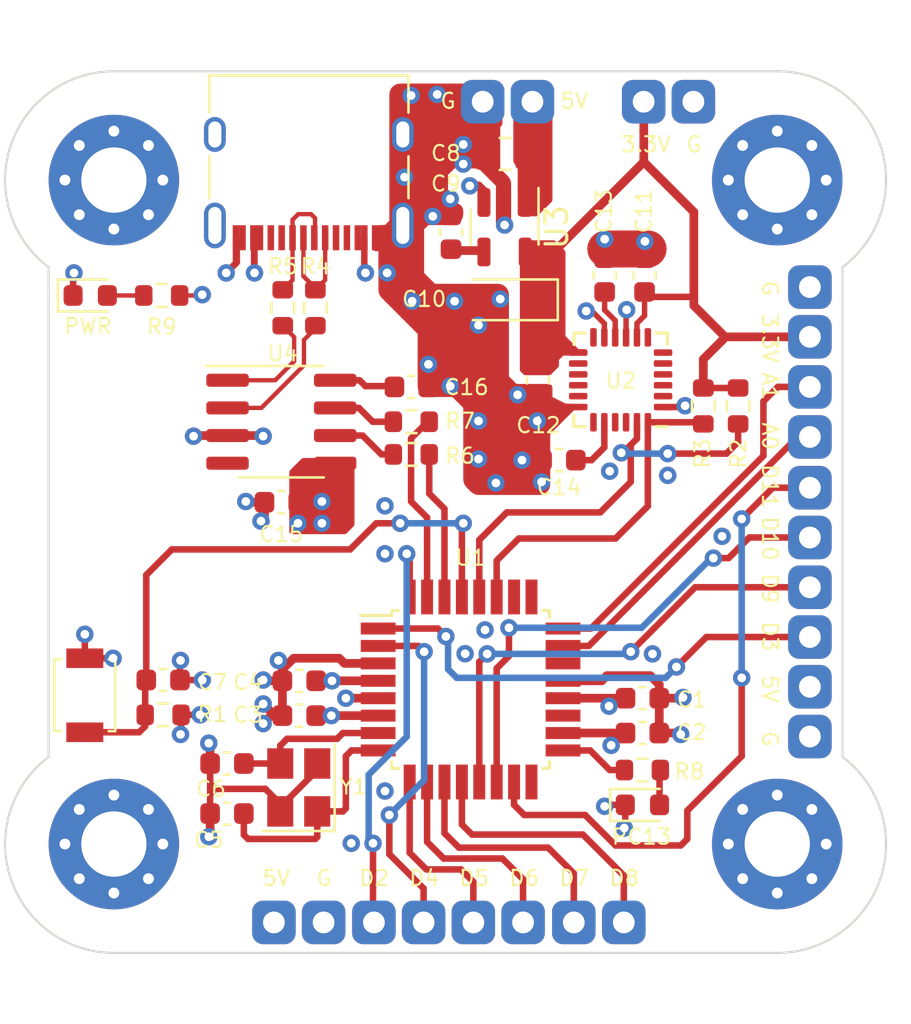
<source format=kicad_pcb>
(kicad_pcb (version 20211014) (generator pcbnew)
  (layers (0 "F.Cu" signal) (1 "In1.Cu" power "5V") (2 "In2.Cu" power "GND") (31 "B.Cu" signal) (34 "B.Paste" user) (35 "F.Paste" user) (36 "B.SilkS" user "B.Silkscreen") (37 "F.SilkS" user "F.Silkscreen") (38 "B.Mask" user) (39 "F.Mask" user) (44 "Edge.Cuts" user))
  (net 0 "")
  (net 1 "+5V")
  (net 2 "GND")
  (net 3 "/XTAL2")
  (net 4 "/XTAL1")
  (net 5 "/RESET")
  (net 6 "/BP")
  (net 7 "+3V3")
  (net 8 "/REGOUT")
  (net 9 "/CPOUT")
  (net 10 "Net-(D1-Pad2)")
  (net 11 "Net-(D2-Pad2)")
  (net 14 "/D+")
  (net 15 "/D-")
  (net 18 "/D3")
  (net 19 "/D9")
  (net 20 "/D10")
  (net 21 "/D11")
  (net 22 "/A1")
  (net 23 "/A0")
  (net 24 "/D2")
  (net 25 "/D4")
  (net 26 "/D5")
  (net 27 "/D6")
  (net 28 "/D7")
  (net 29 "/D8")
  (net 30 "/SCL")
  (net 31 "/SDA")
  (net 32 "/UD+")
  (net 33 "/UD-")
  (net 34 "/UART_RX")
  (net 35 "/UART_TX")
  (net 36 "/D13")
  (net 37 "/D12")
  (net 38 "/A6")
  (net 39 "/A7")
  (net 40 "/A2")
  (net 41 "/A3")
  (net 46 "/TX")
  (net 47 "/RX")
  (net 48 "/V3")
  (footprint "Capacitor_SMD:C_0603_1608Metric" (layer "F.Cu") (at 127.435534 110.535534 180)
    (fp_text reference "C6")
    (fp_text value "22pF")
  )
  (footprint "Capacitor_SMD:C_0603_1608Metric" (layer "F.Cu") (at 129.935534 98.535534)
    (fp_text reference "C15")
    (fp_text value "100nF")
  )
  (footprint "Button_Switch_SMD:SW_SPST_B3U-1000P" (layer "F.Cu") (at 120.9 107.4 90)
    (fp_text reference "SW1" hide)
    (fp_text value "NRST")
  )
  (footprint "Resistor_SMD:R_0603_1608Metric" (layer "F.Cu") (at 124.435534 89.035534 180)
    (fp_text reference "R9")
    (fp_text value "1k")
  )
  (footprint "Connector_USB:USB_C_Receptacle_XKB_U262-16XN-4BVC11" (layer "F.Cu") (at 131.2 82.715 180)
    (fp_text reference "J1" hide)
    (fp_text value "USB_C_Receptacle_USB2.0")
  )
  (footprint "Capacitor_Tantalum_SMD:CP_EIA-3216-10_Kemet-I" (layer "F.Cu") (at 140.335534 89.235534 180)
    (fp_text reference "C10")
    (fp_text value "10uF")
  )
  (footprint "myCustomLibs:pad_01x06" (layer "F.Cu") (at 154.235534 101.335534)
    (fp_text reference "J2" hide)
    (fp_text value "PWM_PIN")
  )
  (footprint "Capacitor_SMD:C_0603_1608Metric" (layer "F.Cu") (at 127.435534 112.835534 180)
    (fp_text reference "C5")
    (fp_text value "22pF")
  )
  (footprint "Capacitor_SMD:C_0603_1608Metric" (layer "F.Cu") (at 141.735534 92.935534 90)
    (fp_text reference "C12")
    (fp_text value "100nF")
  )
  (footprint "LED_SMD:LED_0603_1608Metric" (layer "F.Cu") (at 146.535534 112.435534)
    (fp_text reference "D1" hide)
    (fp_text value "LEDR")
  )
  (footprint "myCustomLibs:pad_01x02" (layer "F.Cu") (at 154.235534 88.649534 180)
    (fp_text reference "J5" hide)
    (fp_text value "Conn_01x02")
  )
  (footprint "Resistor_SMD:R_0603_1608Metric" (layer "F.Cu") (at 150.935534 94.110534 -90)
    (fp_text reference "R2")
    (fp_text value "4k7")
  )
  (footprint "Resistor_SMD:R_0603_1608Metric" (layer "F.Cu") (at 135.910534 94.835534)
    (fp_text reference "R7")
    (fp_text value "1k")
  )
  (footprint "Resistor_SMD:R_0603_1608Metric" (layer "F.Cu") (at 130 89.6 -90)
    (fp_text reference "R5")
    (fp_text value "22R")
  )
  (footprint "Capacitor_SMD:C_0603_1608Metric" (layer "F.Cu") (at 130.760534 108.335534 180)
    (fp_text reference "C3")
    (fp_text value "100nF")
  )
  (footprint "Capacitor_SMD:C_0603_1608Metric" (layer "F.Cu") (at 135.910534 93.235534 180)
    (fp_text reference "C16")
    (fp_text value "100nF")
  )
  (footprint "Sensor_Motion:InvenSense_QFN-24_4x4mm_P0.5mm" (layer "F.Cu") (at 145.535534 92.910534 180)
    (fp_text reference "U2")
    (fp_text value "MPU-6050")
  )
  (footprint "Capacitor_SMD:C_0805_2012Metric" (layer "F.Cu") (at 140.235534 82.535534 180)
    (fp_text reference "C8")
    (fp_text value "4.7uF")
  )
  (footprint "MountingHole:MountingHole_3mm_Pad_Via" (layer "F.Cu") (at 152.735534 83.735534)
    (fp_text reference "H2" hide)
    (fp_text value "MountingHole")
  )
  (footprint "Capacitor_SMD:C_0603_1608Metric" (layer "F.Cu") (at 146.535534 109.135534)
    (fp_text reference "C2")
    (fp_text value "100nF")
  )
  (footprint "Package_SO:SOIC-8_3.9x4.9mm_P1.27mm" (layer "F.Cu") (at 129.935534 94.835534)
    (fp_text reference "U4")
    (fp_text value "CH330N")
  )
  (footprint "LED_SMD:LED_0603_1608Metric" (layer "F.Cu") (at 121.148034 89.035534)
    (fp_text reference "D2" hide)
    (fp_text value "LEDR")
  )
  (footprint "Capacitor_SMD:C_0603_1608Metric" (layer "F.Cu") (at 137.735534 86.135534 90)
    (fp_text reference "C9")
    (fp_text value "100nF")
  )
  (footprint "myCustomLibs:pad_01x02" (layer "F.Cu") (at 148.878534 80.135534 90)
    (fp_text reference "J7" hide)
    (fp_text value "Conn_01x02")
  )
  (footprint "Crystal:Crystal_SMD_3225-4Pin_3.2x2.5mm" (layer "F.Cu") (at 130.735534 111.635534 90)
    (fp_text reference "Y1")
    (fp_text value "16MHz")
  )
  (footprint "Package_TO_SOT_SMD:SOT-23-5" (layer "F.Cu") (at 140.2 85.9 -90)
    (fp_text reference "U3")
    (fp_text value "LP2985-3.3")
  )
  (footprint "Resistor_SMD:R_0603_1608Metric" (layer "F.Cu") (at 149.335534 94.110534 -90)
    (fp_text reference "R3")
    (fp_text value "4k7")
  )
  (footprint "Capacitor_SMD:C_0603_1608Metric" (layer "F.Cu") (at 146.635534 88.1 90)
    (fp_text reference "C11")
    (fp_text value "10nF")
  )
  (footprint "myCustomLibs:pad_01x02" (layer "F.Cu") (at 139.192534 80.135534 -90)
    (fp_text reference "J8" hide)
    (fp_text value "Conn_01x02")
  )
  (footprint "Resistor_SMD:R_0603_1608Metric" (layer "F.Cu") (at 135.910534 96.335534)
    (fp_text reference "R6")
    (fp_text value "1k")
  )
  (footprint "MountingHole:MountingHole_3mm_Pad_Via" (layer "F.Cu") (at 152.735534 114.235534)
    (fp_text reference "H4" hide)
    (fp_text value "MountingHole")
  )
  (footprint "Resistor_SMD:R_0603_1608Metric" (layer "F.Cu") (at 146.535534 110.835534)
    (fp_text reference "R8")
    (fp_text value "1k")
  )
  (footprint "MountingHole:MountingHole_3mm_Pad_Via" (layer "F.Cu") (at 122.235534 114.235534)
    (fp_text reference "H1" hide)
    (fp_text value "MountingHole")
  )
  (footprint "myCustomLibs:pad_01x06" (layer "F.Cu") (at 137.580534 117.835534 -90)
    (fp_text reference "J3" hide)
    (fp_text value "RC_IN")
  )
  (footprint "MountingHole:MountingHole_3mm_Pad_Via" (layer "F.Cu") (at 122.235534 83.735534)
    (fp_text reference "H3" hide)
    (fp_text value "MountingHole")
  )
  (footprint "myCustomLibs:pad_01x02" (layer "F.Cu") (at 154.235534 109.296534)
    (fp_text reference "J4" hide)
    (fp_text value "Conn_01x02")
  )
  (footprint "Capacitor_SMD:C_0603_1608Metric" (layer "F.Cu") (at 130.760534 106.735534 180)
    (fp_text reference "C4")
    (fp_text value "100nF")
  )
  (footprint "Resistor_SMD:R_0603_1608Metric" (layer "F.Cu") (at 131.5 89.6 -90)
    (fp_text reference "R4")
    (fp_text value "22R")
  )
  (footprint "myCustomLibs:pad_01x02" (layer "F.Cu") (at 131.878534 117.835534 90)
    (fp_text reference "J6" hide)
    (fp_text value "Conn_01x02")
  )
  (footprint "Capacitor_SMD:C_0603_1608Metric" (layer "F.Cu") (at 124.5 106.7)
    (fp_text reference "C7")
    (fp_text value "100nF")
  )
  (footprint "Package_QFP:TQFP-32_7x7mm_P0.8mm" (layer "F.Cu") (at 138.635534 107.135534)
    (fp_text reference "U1")
    (fp_text value "ATmega328P-A")
  )
  (footprint "Capacitor_SMD:C_0603_1608Metric" (layer "F.Cu") (at 144.8 88.1 90)
    (fp_text reference "C13")
    (fp_text value "100nF")
  )
  (footprint "Capacitor_SMD:C_0603_1608Metric" (layer "F.Cu") (at 146.535534 107.535534)
    (fp_text reference "C1")
    (fp_text value "100nF")
  )
  (footprint "Resistor_SMD:R_0603_1608Metric" (layer "F.Cu") (at 124.5 108.3)
    (fp_text reference "R1")
    (fp_text value "10k")
  )
  (footprint "Capacitor_SMD:C_0603_1608Metric" (layer "F.Cu") (at 142.7 96.6 180)
    (fp_text reference "C14")
    (fp_text value "2.2nF")
  )
  (gr_arc (start 157.735534 83.735534) (mid 157.20767 85.971602) (end 155.735534 87.735534) (layer "Edge.Cuts") (width 0.1))
  (gr_line (start 122.235534 78.735534) (end 152.735534 78.735534) (layer "Edge.Cuts") (width 0.1))
  (gr_arc (start 117.235534 114.235534) (mid 117.763398 111.999466) (end 119.235534 110.235534) (layer "Edge.Cuts") (width 0.1))
  (gr_arc (start 122.235534 119.235534) (mid 118.7 117.771068) (end 117.235534 114.235534) (layer "Edge.Cuts") (width 0.1))
  (gr_arc (start 117.235534 83.735534) (mid 118.7 80.2) (end 122.235534 78.735534) (layer "Edge.Cuts") (width 0.1))
  (gr_arc (start 119.235534 87.735534) (mid 117.763398 85.971602) (end 117.235534 83.735534) (layer "Edge.Cuts") (width 0.1))
  (gr_arc (start 152.735534 78.735534) (mid 156.271068 80.2) (end 157.735534 83.735534) (layer "Edge.Cuts") (width 0.1))
  (gr_arc (start 155.735534 110.235534) (mid 157.20767 111.999466) (end 157.735534 114.235534) (layer "Edge.Cuts") (width 0.1))
  (gr_line (start 155.735534 87.735534) (end 155.735534 110.235534) (layer "Edge.Cuts") (width 0.1))
  (gr_line (start 152.735534 119.235534) (end 122.235534 119.235534) (layer "Edge.Cuts") (width 0.1))
  (gr_line (start 117.235534 83.735534) (end 117.235534 83.735534) (layer "Edge.Cuts") (width 0.1))
  (gr_line (start 119.235534 110.235534) (end 119.235534 87.735534) (layer "Edge.Cuts") (width 0.1))
  (gr_arc (start 157.735534 114.235534) (mid 156.271068 117.771068) (end 152.735534 119.235534) (layer "Edge.Cuts") (width 0.1))
  (gr_text "D3" (at 152.4 104.7 270) (layer "F.SilkS") (effects (font (size 0.7 0.7) (thickness 0.1))))
  (gr_text "D10" (at 152.4 100.2 270) (layer "F.SilkS") (effects (font (size 0.7 0.7) (thickness 0.1))))
  (gr_text "G" (at 131.9 115.8) (layer "F.SilkS") (effects (font (size 0.7 0.7) (thickness 0.1))))
  (gr_text "A0" (at 152.4 95.5 270) (layer "F.SilkS") (effects (font (size 0.7 0.7) (thickness 0.1))))
  (gr_text "5V" (at 129.7 115.8) (layer "F.SilkS") (effects (font (size 0.7 0.7) (thickness 0.1))))
  (gr_text "D7" (at 143.4 115.8) (layer "F.SilkS") (effects (font (size 0.7 0.7) (thickness 0.1))))
  (gr_text "D5" (at 138.8 115.8) (layer "F.SilkS") (effects (font (size 0.7 0.7) (thickness 0.1))))
  (gr_text "D8" (at 145.7 115.8) (layer "F.SilkS") (effects (font (size 0.7 0.7) (thickness 0.1))))
  (gr_text "D6" (at 141.1 115.8) (layer "F.SilkS") (effects (font (size 0.7 0.7) (thickness 0.1))))
  (gr_text "5V" (at 152.4 107.1 270) (layer "F.SilkS") (effects (font (size 0.7 0.7) (thickness 0.1))))
  (gr_text "D2" (at 134.2 115.8) (layer "F.SilkS") (effects (font (size 0.7 0.7) (thickness 0.1))))
  (gr_text "PC13" (at 146.5 113.9) (layer "F.SilkS") (effects (font (size 0.7 0.7) (thickness 0.1))))
  (gr_text "G" (at 152.4 88.7 270) (layer "F.SilkS") (effects (font (size 0.7 0.7) (thickness 0.1))))
  (gr_text "3.3V" (at 146.7 82.1) (layer "F.SilkS") (effects (font (size 0.7 0.7) (thickness 0.1))))
  (gr_text "PWR" (at 121.05 90.45) (layer "F.SilkS") (effects (font (size 0.7 0.7) (thickness 0.1))))
  (gr_text "G" (at 148.9 82.1) (layer "F.SilkS") (effects (font (size 0.7 0.7) (thickness 0.1))))
  (gr_text "D4" (at 136.5 115.8) (layer "F.SilkS") (effects (font (size 0.7 0.7) (thickness 0.1))))
  (gr_text "D11" (at 152.4 97.8 270) (layer "F.SilkS") (effects (font (size 0.7 0.7) (thickness 0.1))))
  (gr_text "3.3V\n" (at 152.4 91 270) (layer "F.SilkS") (effects (font (size 0.7 0.7) (thickness 0.1))))
  (gr_text "G" (at 152.4 109.4 270) (layer "F.SilkS") (effects (font (size 0.7 0.7) (thickness 0.1))))
  (gr_text "A1" (at 152.4 93.2 270) (layer "F.SilkS") (effects (font (size 0.7 0.7) (thickness 0.1))))
  (gr_text "G" (at 137.6 80.1) (layer "F.SilkS") (effects (font (size 0.7 0.7) (thickness 0.1))))
  (gr_text "D9" (at 152.4 102.5 270) (layer "F.SilkS") (effects (font (size 0.7 0.7) (thickness 0.1))))
  (gr_text "5V" (at 143.4 80.1) (layer "F.SilkS") (effects (font (size 0.7 0.7) (thickness 0.1))))
  (segment (start 139.285534 84.285534) (end 139 84) (width 0.4) (layer "F.Cu") (net 1))
  (segment (start 128.7 86.435) (end 128.65 86.385) (width 0.3) (layer "F.Cu") (net 1))
  (segment (start 145.760534 109.135534) (end 145.664466 109.135534) (width 0.3) (layer "F.Cu") (net 1))
  (segment (start 133.75 87.95) (end 133.8 88) (width 0.3) (layer "F.Cu") (net 1))
  (segment (start 128.685534 87.985534) (end 128.7 88) (width 0.3) (layer "F.Cu") (net 1))
  (segment (start 145.364466 107.535534) (end 145 107.9) (width 0.3) (layer "F.Cu") (net 1))
  (segment (start 131.535534 106.735534) (end 132.264466 106.735534) (width 0.4) (layer "F.Cu") (net 1))
  (segment (start 134.385534 106.735534) (end 132.264466 106.735534) (width 0.4) (layer "F.Cu") (net 1))
  (segment (start 130.710534 98.535534) (end 130.710534 99.489466) (width 0.4) (layer "F.Cu") (net 1))
  (segment (start 139 84) (end 138.6 84) (width 0.4) (layer "F.Cu") (net 1))
  (segment (start 145.760534 107.535534) (end 145.364466 107.535534) (width 0.3) (layer "F.Cu") (net 1))
  (segment (start 139.285534 84.698034) (end 139.285534 84.285534) (width 0.4) (layer "F.Cu") (net 1))
  (segment (start 132.235534 108.335534) (end 134.385534 108.335534) (width 0.4) (layer "F.Cu") (net 1))
  (segment (start 145.664466 109.135534) (end 145.1 109.7) (width 0.3) (layer "F.Cu") (net 1))
  (segment (start 128.685534 86.705534) (end 128.685534 87.985534) (width 0.3) (layer "F.Cu") (net 1))
  (segment (start 126.264466 89.035534) (end 126.3 89) (width 0.2) (layer "F.Cu") (net 1))
  (segment (start 130.710534 99.489466) (end 130.7 99.5) (width 0.4) (layer "F.Cu") (net 1))
  (segment (start 125.325 108.3) (end 126.2 108.3) (width 0.3) (layer "F.Cu") (net 1))
  (segment (start 142.885534 107.535534) (end 145.760534 107.535534) (width 0.4) (layer "F.Cu") (net 1))
  (segment (start 142.885534 109.135534) (end 145.760534 109.135534) (width 0.4) (layer "F.Cu") (net 1))
  (segment (start 133.75 86.385) (end 133.75 87.95) (width 0.3) (layer "F.Cu") (net 1))
  (segment (start 125.325 108.3) (end 125.325 109.175) (width 0.3) (layer "F.Cu") (net 1))
  (segment (start 131.535534 108.335534) (end 132.235534 108.335534) (width 0.4) (layer "F.Cu") (net 1))
  (segment (start 141.185534 80.428534) (end 141.478534 80.135534) (width 0.4) (layer "F.Cu") (net 1))
  (segment (start 125.325 109.175) (end 125.3 109.2) (width 0.3) (layer "F.Cu") (net 1))
  (segment (start 128.7 88) (end 128.7 86.435) (width 0.3) (layer "F.Cu") (net 1))
  (segment (start 125.260534 89.035534) (end 126.264466 89.035534) (width 0.2) (layer "F.Cu") (net 1))
  (via (at 133.8 88) (size 0.8) (drill 0.4) (layers "F.Cu" "B.Cu") (net 1))
  (via (at 132.264466 106.735534) (size 0.8) (drill 0.4) (layers "F.Cu" "B.Cu") (net 1))
  (via (at 126.2 108.3) (size 0.8) (drill 0.4) (layers "F.Cu" "B.Cu") (net 1))
  (via (at 125.3 109.2) (size 0.8) (drill 0.4) (layers "F.Cu" "B.Cu") (net 1))
  (via (at 145 107.9) (size 0.8) (drill 0.4) (layers "F.Cu" "B.Cu") (net 1))
  (via (at 132.235534 108.335534) (size 0.8) (drill 0.4) (layers "F.Cu" "B.Cu") (net 1))
  (via (at 126.3 89) (size 0.8) (drill 0.4) (layers "F.Cu" "B.Cu") (net 1))
  (via (at 131.8 99.5) (size 0.8) (drill 0.4) (layers "F.Cu" "B.Cu") (net 1))
  (via (at 138.6 84) (size 0.8) (drill 0.4) (layers "F.Cu" "B.Cu") (net 1))
  (via (at 130.7 99.5) (size 0.8) (drill 0.4) (layers "F.Cu" "B.Cu") (net 1))
  (via (at 131.8 98.5) (size 0.8) (drill 0.4) (layers "F.Cu" "B.Cu") (net 1))
  (via (at 145.1 109.7) (size 0.8) (drill 0.4) (layers "F.Cu" "B.Cu") (net 1))
  (via (at 128.7 88) (size 0.8) (drill 0.4) (layers "F.Cu" "B.Cu") (net 1))
  (segment (start 140.910534 93.710534) (end 141.735534 93.710534) (width 0.3) (layer "F.Cu") (net 2))
  (segment (start 141.735534 93.710534) (end 142.110534 93.710534) (width 0.3) (layer "F.Cu") (net 2))
  (segment (start 140.235534 85.764466) (end 140.2 85.8) (width 0.4) (layer "F.Cu") (net 2))
  (segment (start 126.660534 110.535534) (end 126.660534 111.660534) (width 0.3) (layer "F.Cu") (net 2))
  (segment (start 148.439466 94.160534) (end 148.5 94.1) (width 0.3) (layer "F.Cu") (net 2))
  (segment (start 126.860534 111.660534) (end 126.9 111.7) (width 0.3) (layer "F.Cu") (net 2))
  (segment (start 138.985534 89.235534) (end 139.964466 89.235534) (width 0.4) (layer "F.Cu") (net 2))
  (segment (start 147.310534 106.910534) (end 147.310534 107.535534) (width 0.4) (layer "F.Cu") (net 2))
  (segment (start 129.464466 108.335534) (end 129.985534 108.335534) (width 0.4) (layer "F.Cu") (net 2))
  (segment (start 145.748034 112.435534) (end 145.748034 113.451966) (width 0.3) (layer "F.Cu") (net 2))
  (segment (start 127.1 111.7) (end 126.9 111.7) (width 0.3) (layer "F.Cu") (net 2))
  (segment (start 127.85 87.55) (end 127.4 88) (width 0.3) (layer "F.Cu") (net 2))
  (segment (start 139.285534 82.535534) (end 138.764466 82.535534) (width 0.4) (layer "F.Cu") (net 2))
  (segment (start 125.275 105.825) (end 125.3 105.8) (width 0.3) (layer "F.Cu") (net 2))
  (segment (start 125.929466 95.470534) (end 125.9 95.5) (width 0.4) (layer "F.Cu") (net 2))
  (segment (start 126.660534 113.839466) (end 126.6 113.9) (width 0.4) (layer "F.Cu") (net 2))
  (segment (start 127.460534 95.470534) (end 125.929466 95.470534) (width 0.4) (layer "F.Cu") (net 2))
  (segment (start 144.864466 112.435534) (end 144.8 112.5) (width 0.3) (layer "F.Cu") (net 2))
  (segment (start 145.748034 112.435534) (end 144.864466 112.435534) (width 0.3) (layer "F.Cu") (net 2))
  (segment (start 132.835534 105.935534) (end 132.6 105.7) (width 0.4) (layer "F.Cu") (net 2))
  (segment (start 129.885534 112.735534) (end 129.885534 112.385534) (width 0.3) (layer "F.Cu") (net 2))
  (segment (start 129.070534 95.470534) (end 129.1 95.5) (width 0.4) (layer "F.Cu") (net 2))
  (segment (start 129.885534 112.385534) (end 129.2 111.7) (width 0.3) (layer "F.Cu") (net 2))
  (segment (start 147.310534 107.535534) (end 148.364466 107.535534) (width 0.4) (layer "F.Cu") (net 2))
  (segment (start 129.635534 108.335534) (end 129.1 107.8) (width 0.4) (layer "F.Cu") (net 2))
  (segment (start 131.585534 110.834556) (end 129.885534 112.534556) (width 0.3) (layer "F.Cu") (net 2))
  (segment (start 145.785534 89.715537) (end 145.785534 90.960534) (width 0.25) (layer "F.Cu") (net 2))
  (segment (start 136.939466 85.360534) (end 136.9 85.4) (width 0.4) (layer "F.Cu") (net 2))
  (segment (start 126.660534 110.535534) (end 126.660534 109.660534) (width 0.4) (layer "F.Cu") (net 2))
  (segment (start 129.160534 98.535534) (end 128.335534 98.535534) (width 0.4) (layer "F.Cu") (net 2))
  (segment (start 125.275 106.7) (end 125.275 105.825) (width 0.3) (layer "F.Cu") (net 2))
  (segment (start 137.664466 93.235534) (end 137.7 93.2) (width 0.4) (layer "F.Cu") (net 2))
  (segment (start 127.885534 87.514466) (end 127.4 88) (width 0.3) (layer "F.Cu") (net 2))
  (segment (start 141.925 96.6) (end 141.925 97.575) (width 0.4) (layer "F.Cu") (net 2))
  (segment (start 141.925 96.6) (end 141 96.6) (width 0.4) (layer "F.Cu") (net 2))
  (segment (start 120.360534 89.035534) (end 120.360534 88.039466) (width 0.3) (layer "F.Cu") (net 2))
  (segment (start 145.748034 113.451966) (end 145.7 113.5) (width 0.3) (layer "F.Cu") (net 2))
  (segment (start 134.55 87.750497) (end 134.799503 88) (width 0.3) (layer "F.Cu") (net 2))
  (segment (start 126.660534 112.835534) (end 126.660534 113.839466) (width 0.4) (layer "F.Cu") (net 2))
  (segment (start 126.660534 111.460534) (end 126.9 111.7) (width 0.3) (layer "F.Cu") (net 2))
  (segment (start 132.9005 107.535534) (end 132.9 107.535034) (width 0.4) (layer "F.Cu") (net 2))
  (segment (start 129.135534 106.735534) (end 129.1 106.7) (width 0.4) (layer "F.Cu") (net 2))
  (segment (start 148.364466 107.535534) (end 148.4 107.5) (width 0.4) (layer "F.Cu") (net 2))
  (segment (start 126.660534 111.939466) (end 126.660534 112.835534) (width 0.3) (layer "F.Cu") (net 2))
  (segment (start 134.385534 107.535534) (end 132.9005 107.535534) (width 0.4) (layer "F.Cu") (net 2))
  (segment (start 129.985534 108.335534) (end 129.635534 108.335534) (width 0.4) (layer "F.Cu") (net 2))
  (segment (start 137.964466 89.235534) (end 137.9 89.3) (width 0.4) (layer "F.Cu") (net 2))
  (segment (start 146.635534 86.564466) (end 146.635534 87.325) (width 0.25) (layer "F.Cu") (net 2))
  (segment (start 144.209285 89.75) (end 144.785534 90.326249) (width 0.25) (layer "F.Cu") (net 2))
  (segment (start 120.9 105.7) (end 122.2 105.7) (width 0.3) (layer "F.Cu") (net 2))
  (segment (start 126.7 111.7) (end 126.660534 111.660534) (width 0.3) (layer "F.Cu") (net 2))
  (segment (start 138.985534 90.385534) (end 139 90.4) (width 0.4) (layer "F.Cu") (net 2))
  (segment (start 137.735534 84.635534) (end 137.7 84.6) (width 0.4) (layer "F.Cu") (net 2))
  (segment (start 144.664466 106.735534) (end 144.9 106.5) (width 0.4) (layer "F.Cu") (net 2))
  (segment (start 137.735534 85.360534) (end 137.735534 84.635534) (width 0.4) (layer "F.Cu") (net 2))
  (segment (start 129.2 111.7) (end 127.1 111.7) (width 0.3) (layer "F.Cu") (net 2))
  (segment (start 141.925 97.575) (end 141.9 97.6) (width 0.4) (layer "F.Cu") (net 2))
  (segment (start 129.1 108.7) (end 129.464466 108.335534) (width 0.4) (layer "F.Cu") (net 2))
  (segment (start 129.985534 106.735534) (end 129.985534 108.335534) (width 0.4) (layer "F.Cu") (net 2))
  (segment (start 144.8 87.325) (end 144.8 86.45) (width 0.25) (layer "F.Cu") (net 2))
  (segment (start 142.110534 93.710534) (end 142.560534 94.160534) (width 0.3) (layer "F.Cu") (net 2))
  (segment (start 128.335534 98.535534) (end 128.3 98.5) (width 0.4) (layer "F.Cu") (net 2))
  (segment (start 134.585534 87.786031) (end 134.585534 86.705534) (width 0.3) (layer "F.Cu") (net 2))
  (segment (start 126.660534 109.660534) (end 126.6 109.6) (width 0.4) (layer "F.Cu") (net 2))
  (segment (start 127.885534 86.705534) (end 127.885534 87.514466) (width 0.3) (layer "F.Cu") (net 2))
  (segment (start 127.460534 95.470534) (end 129.070534 95.470534) (width 0.4) (layer "F.Cu") (net 2))
  (segment (start 126.660534 111.660534) (end 126.660534 111.939466) (width 0.3) (layer "F.Cu") (net 2))
  (segment (start 144.9 106.5) (end 146.9 106.5) (width 0.4) (layer "F.Cu") (net 2))
  (segment (start 134.385534 105.935534) (end 132.835534 105.935534) (width 0.4) (layer "F.Cu") (net 2))
  (segment (start 136.685534 93.235534) (end 137.664466 93.235534) (width 0.4) (layer "F.Cu") (net 2))
  (segment (start 140.8 93.6) (end 140.910534 93.710534) (width 0.3) (layer "F.Cu") (net 2))
  (segment (start 140.235534 84.698034) (end 140.235534 85.764466) (width 0.4) (layer "F.Cu") (net 2))
  (segment (start 130.5 105.7) (end 129.985534 106.214466) (width 0.4) (layer "F.Cu") (net 2))
  (segment (start 129.985534 105.985534) (end 129.8 105.8) (width 0.4) (layer "F.Cu") (net 2))
  (segment (start 146.65 86.55) (end 146.635534 86.564466) (width 0.25) (layer "F.Cu") (net 2))
  (segment (start 136.685534 92.214466) (end 136.7 92.2) (width 0.4) (layer "F.Cu") (net 2))
  (segment (start 145.810344 89.690727) (end 145.785534 89.715537) (width 0.25) (layer "F.Cu") (net 2))
  (segment (start 138.735534 82.535534) (end 139.285534 82.535534) (width 0.4) (layer "F.Cu") (net 2))
  (segment (start 134.799503 88) (end 134.585534 87.786031) (width 0.3) (layer "F.Cu") (net 2))
  (segment (start 127.1 111.7) (end 126.7 111.7) (width 0.3) (layer "F.Cu") (net 2))
  (segment (start 142.885534 106.735534) (end 144.664466 106.735534) (width 0.4) (layer "F.Cu") (net 2))
  (segment (start 134.55 86.385) (end 134.55 87.750497) (width 0.3) (layer "F.Cu") (net 2))
  (segment (start 137.735534 85.360534) (end 136.939466 85.360534) (width 0.4) (layer "F.Cu") (net 2))
  (segment (start 127.85 86.385) (end 127.85 87.55) (width 0.3) (layer "F.Cu") (net 2))
  (segment (start 148.235534 109.135534) (end 148.3 109.2) (width 0.4) (layer "F.Cu") (net 2))
  (segment (start 120.360534 88.039466) (end 120.4 88) (width 0.3) (layer "F.Cu") (net 2))
  (segment (start 144.785534 90.326249) (end 144.785534 90.960534) (width 0.25) (layer "F.Cu") (net 2))
  (segment (start 136.685534 93.235534) (end 136.685534 92.214466) (width 0.4) (layer "F.Cu") (net 2))
  (segment (start 126.9 111.7) (end 126.660534 111.939466) (width 0.3) (layer "F.Cu") (net 2))
  (segment (start 143.95 89.75) (end 144.209285 89.75) (width 0.25) (layer "F.Cu") (net 2))
  (segment (start 126.660534 111.660534) (end 126.860534 111.660534) (width 0.3) (layer "F.Cu") (net 2))
  (segment (start 138.764466 82.535534) (end 138.3 83) (width 0.4) (layer "F.Cu") (net 2))
  (segment (start 147.485534 94.160534) (end 148.439466 94.160534) (width 0.3) (layer "F.Cu") (net 2))
  (segment (start 142.560534 94.160534) (end 143.585534 94.160534) (width 0.3) (layer "F.Cu") (net 2))
  (segment (start 138.3 82.1) (end 138.735534 82.535534) (width 0.4) (layer "F.Cu") (net 2))
  (segment (start 132.6 105.7) (end 130.5 105.7) (width 0.4) (layer "F.Cu") (net 2))
  (segment (start 129.160534 99.239466) (end 129.160534 98.535534) (width 0.4) (layer "F.Cu") (net 2))
  (segment (start 129.985534 106.735534) (end 129.135534 106.735534) (width 0.4) (layer "F.Cu") (net 2))
  (segment (start 129.985534 106.735534) (end 129.985534 105.985534) (width 0.4) (layer "F.Cu") (net 2))
  (segment (start 129.885534 112.534556) (end 129.885534 112.735534) (width 0.3) (layer "F.Cu") (net 2))
  (segment (start 131.585534 110.535534) (end 131.585534 110.834556) (width 0.3) (layer "F.Cu") (net 2))
  (segment (start 146.9 106.5) (end 147.310534 106.910534) (width 0.4) (layer "F.Cu") (net 2))
  (segment (start 139.964466 89.235534) (end 140 89.2) (width 0.4) (layer "F.Cu") (net 2))
  (segment (start 147.310534 109.135534) (end 147.310534 107.535534) (width 0.4) (layer "F.Cu") (net 2))
  (segment (start 147.310534 109.135534) (end 148.235534 109.135534) (width 0.4) (layer "F.Cu") (net 2))
  (segment (start 126.660534 110.535534) (end 126.660534 111.460534) (width 0.3) (layer "F.Cu") (net 2))
  (segment (start 128.9 99.5) (end 129.160534 99.239466) (width 0.4) (layer "F.Cu") (net 2))
  (segment (start 120.9 105.7) (end 120.9 104.6) (width 0.3) (layer "F.Cu") (net 2))
  (segment (start 125.275 106.7) (end 126.3 106.7) (width 0.3) (layer "F.Cu") (net 2))
  (segment (start 141.735534 93.710534) (end 141.735534 94.764466) (width 0.25) (layer "F.Cu") (net 2))
  (segment (start 129.985534 106.214466) (end 129.985534 106.735534) (width 0.4) (layer "F.Cu") (net 2))
  (segment (start 141.735534 94.764466) (end 141.7 94.8) (width 0.25) (layer "F.Cu") (net 2))
  (segment (start 138.985534 89.235534) (end 137.964466 89.235534) (width 0.4) (layer "F.Cu") (net 2))
  (segment (start 138.985534 89.235534) (end 138.985534 90.385534) (width 0.4) (layer "F.Cu") (net 2))
  (via (at 134.7 111.8) (size 0.8) (drill 0.4) (layers "F.Cu" "B.Cu") (net 2))
  (via (at 134.799503 88) (size 0.8) (drill 0.4) (layers "F.Cu" "B.Cu") (net 2))
  (via (at 150.2 100.1) (size 0.8) (drill 0.4) (layers "F.Cu" "B.Cu") (net 2))
  (via (at 139.3 104.4) (size 0.8) (drill 0.4) (layers "F.Cu" "B.Cu") (net 2))
  (via (at 136.9 85.4) (size 0.8) (drill 0.4) (layers "F.Cu" "B.Cu") (net 2))
  (via (at 132.9 107.535034) (size 0.8) (drill 0.4) (layers "F.Cu" "B.Cu") (net 2))
  (via (at 148.4 107.5) (size 0.8) (drill 0.4) (layers "F.Cu" "B.Cu") (net 2))
  (via (at 138.3 83) (size 0.8) (drill 0.4) (layers "F.Cu" "B.Cu") (net 2))
  (via (at 125.9 95.5) (size 0.8) (drill 0.4) (layers "F.Cu" "B.Cu") (net 2))
  (via (at 135.95 89.3) (size 0.8) (drill 0.4) (layers "F.Cu" "B.Cu") (net 2))
  (via (at 129 99.4) (size 0.8) (drill 0.4) (layers "F.Cu" "B.Cu") (net 2))
  (via (at 139 96.55) (size 0.8) (drill 0.4) (layers "F.Cu" "B.Cu") (net 2))
  (via (at 120.9 104.6) (size 0.8) (drill 0.4) (layers "F.Cu" "B.Cu") (net 2))
  (via (at 139 94.8) (size 0.8) (drill 0.4) (layers "F.Cu" "B.Cu") (net 2))
  (via (at 140.8 93.6) (size 0.8) (drill 0.4) (layers "F.Cu" "B.Cu") (net 2))
  (via (at 146.65 86.55) (size 0.8) (drill 0.4) (layers "F.Cu" "B.Cu") (net 2))
  (via (at 125.3 105.8) (size 0.8) (drill 0.4) (layers "F.Cu" "B.Cu") (net 2))
  (via (at 144.8 112.5) (size 0.8) (drill 0.4) (layers "F.Cu" "B.Cu") (net 2))
  (via (at 129.1 106.7) (size 0.8) (drill 0.4) (layers "F.Cu" "B.Cu") (net 2))
  (via (at 137.9 89.3) (size 0.8) (drill 0.4) (layers "F.Cu" "B.Cu") (net 2))
  (via (at 144.8 86.45) (size 0.8) (drill 0.4) (layers "F.Cu" "B.Cu") (net 2))
  (via (at 141.7 94.8) (size 0.8) (drill 0.4) (layers "F.Cu" "B.Cu") (net 2))
  (via (at 122.2 105.7) (size 0.8) (drill 0.4) (layers "F.Cu" "B.Cu") (net 2))
  (via (at 147 105.5) (size 0.8) (drill 0.4) (layers "F.Cu" "B.Cu") (net 2))
  (via (at 128.3 98.5) (size 0.8) (drill 0.4) (layers "F.Cu" "B.Cu") (net 2))
  (via (at 141 96.6) (size 0.8) (drill 0.4) (layers "F.Cu" "B.Cu") (net 2))
  (via (at 148.5 94.1) (size 0.8) (drill 0.4) (layers "F.Cu" "B.Cu") (net 2))
  (via (at 133.150997 114.2) (size 0.8) (drill 0.4) (layers "F.Cu" "B.Cu") (net 2))
  (via (at 137.7 84.6) (size 0.8) (drill 0.4) (layers "F.Cu" "B.Cu") (net 2))
  (via (at 137.7 93.2) (size 0.8) (drill 0.4) (layers "F.Cu" "B.Cu") (net 2))
  (via (at 140 89.2) (size 0.8) (drill 0.4) (layers "F.Cu" "B.Cu") (net 2))
  (via (at 136.7 92.2) (size 0.8) (drill 0.4) (layers "F.Cu" "B.Cu") (net 2))
  (via (at 140.2 85.8) (size 0.8) (drill 0.4) (layers "F.Cu" "B.Cu") (net 2))
  (via (at 126.6 113.9) (size 0.8) (drill 0.4) (layers "F.Cu" "B.Cu") (net 2))
  (via (at 134.7 100.9) (size 0.8) (drill 0.4) (layers "F.Cu" "B.Cu") (net 2))
  (via (at 129.1 107.8) (size 0.8) (drill 0.4) (layers "F.Cu" "B.Cu") (net 2))
  (via (at 135.6 83.6) (size 0.8) (drill 0.4) (layers "F.Cu" "B.Cu") (net 2))
  (via (at 129.8 105.8) (size 0.8) (drill 0.4) (layers "F.Cu" "B.Cu") (net 2))
  (via (at 135.9 79.85) (size 0.8) (drill 0.4) (layers "F.Cu" "B.Cu") (net 2))
  (via (at 137.1 79.8) (size 0.8) (drill 0.4) (layers "F.Cu" "B.Cu") (net 2))
  (via (at 127.4 88) (size 0.8) (drill 0.4) (layers "F.Cu" "B.Cu") (net 2))
  (via (at 126.3 106.7) (size 0.8) (drill 0.4) (layers "F.Cu" "B.Cu") (net 2))
  (via (at 143.95 89.75) (size 0.8) (drill 0.4) (layers "F.Cu" "B.Cu") (net 2))
  (via (at 138.3 82.1) (size 0.8) (drill 0.4) (layers "F.Cu" "B.Cu") (net 2))
  (via (at 145.7 113.5) (size 0.8) (drill 0.4) (layers "F.Cu" "B.Cu") (net 2))
  (via (at 148.3 109.2) (size 0.8) (drill 0.4) (layers "F.Cu" "B.Cu") (net 2))
  (via (at 141.9 97.6) (size 0.8) (drill 0.4) (layers "F.Cu" "B.Cu") (net 2))
  (via (at 145.032172 97.10732) (size 0.8) (drill 0.4) (layers "F.Cu" "B.Cu") (net 2))
  (via (at 126.6 109.6) (size 0.8) (drill 0.4) (layers "F.Cu" "B.Cu") (net 2))
  (via (at 138.38536 105.491605) (size 0.8) (drill 0.4) (layers "F.Cu" "B.Cu") (net 2))
  (via (at 145.810344 89.690727) (size 0.8) (drill 0.4) (layers "F.Cu" "B.Cu") (net 2))
  (via (at 129.1 108.7) (size 0.8) (drill 0.4) (layers "F.Cu" "B.Cu") (net 2))
  (via (at 129.1 95.5) (size 0.8) (drill 0.4) (layers "F.Cu" "B.Cu") (net 2))
  (via (at 120.4 88) (size 0.8) (drill 0.4) (layers "F.Cu" "B.Cu") (net 2))
  (via (at 139.8 97.65) (size 0.8) (drill 0.4) (layers "F.Cu" "B.Cu") (net 2))
  (via (at 134.7 98.7) (size 0.8) (drill 0.4) (layers "F.Cu" "B.Cu") (net 2))
  (via (at 139 90.4) (size 0.8) (drill 0.4) (layers "F.Cu" "B.Cu") (net 2))
  (via (at 147.7 97.3) (size 0.8) (drill 0.4) (layers "F.Cu" "B.Cu") (net 2))
  (segment (start 132.764466 112.735534) (end 132.9 112.6) (width 0.3) (layer "F.Cu") (net 3))
  (segment (start 131.5 114) (end 128.4 114) (width 0.3) (layer "F.Cu") (net 3))
  (segment (start 131.585534 112.735534) (end 131.585534 113.914466) (width 0.3) (layer "F.Cu") (net 3))
  (segment (start 131.585534 113.914466) (end 131.5 114) (width 0.3) (layer "F.Cu") (net 3))
  (segment (start 128.4 114) (end 128.210534 113.810534) (width 0.3) (layer "F.Cu") (net 3))
  (segment (start 128.210534 113.810534) (end 128.210534 112.835534) (width 0.3) (layer "F.Cu") (net 3))
  (segment (start 133.164466 109.935534) (end 134.385534 109.935534) (width 0.3) (layer "F.Cu") (net 3))
  (segment (start 132.9 110.2) (end 133.164466 109.935534) (width 0.3) (layer "F.Cu") (net 3))
  (segment (start 132.9 112.6) (end 132.9 110.2) (width 0.3) (layer "F.Cu") (net 3))
  (segment (start 131.585534 112.735534) (end 132.764466 112.735534) (width 0.3) (layer "F.Cu") (net 3))
  (segment (start 134.385534 109.135534) (end 132.764466 109.135534) (width 0.3) (layer "F.Cu") (net 4))
  (segment (start 130.2 109.4) (end 129.885534 109.714466) (width 0.3) (layer "F.Cu") (net 4))
  (segment (start 132.5 109.4) (end 130.2 109.4) (width 0.3) (layer "F.Cu") (net 4))
  (segment (start 132.764466 109.135534) (end 132.5 109.4) (width 0.3) (layer "F.Cu") (net 4))
  (segment (start 129.885534 109.714466) (end 129.885534 110.535534) (width 0.3) (layer "F.Cu") (net 4))
  (segment (start 129.885534 110.535534) (end 128.210534 110.535534) (width 0.3) (layer "F.Cu") (net 4))
  (segment (start 123.725 101.875) (end 123.725 106.7) (width 0.3) (layer "F.Cu") (net 5))
  (segment (start 123.4 109.1) (end 120.9 109.1) (width 0.3) (layer "F.Cu") (net 5))
  (segment (start 138.235534 99.564466) (end 138.3 99.5) (width 0.3) (layer "F.Cu") (net 5))
  (segment (start 138.235534 102.885534) (end 138.235534 99.564466) (width 0.3) (layer "F.Cu") (net 5))
  (segment (start 123.675 108.3) (end 123.675 108.825) (width 0.3) (layer "F.Cu") (net 5))
  (segment (start 135.4 99.5) (end 134.3 99.5) (width 0.3) (layer "F.Cu") (net 5))
  (segment (start 123.675 108.825) (end 123.4 109.1) (width 0.3) (layer "F.Cu") (net 5))
  (segment (start 123.675 106.75) (end 123.725 106.7) (width 0.3) (layer "F.Cu") (net 5))
  (segment (start 133.1 100.7) (end 124.9 100.7) (width 0.3) (layer "F.Cu") (net 5))
  (segment (start 123.675 108.3) (end 123.675 106.75) (width 0.3) (layer "F.Cu") (net 5))
  (segment (start 124.9 100.7) (end 123.725 101.875) (width 0.3) (layer "F.Cu") (net 5))
  (segment (start 134.3 99.5) (end 133.1 100.7) (width 0.3) (layer "F.Cu") (net 5))
  (via (at 138.3 99.5) (size 0.8) (drill 0.4) (layers "F.Cu" "B.Cu") (net 5))
  (via (at 135.4 99.5) (size 0.8) (drill 0.4) (layers "F.Cu" "B.Cu") (net 5))
  (segment (start 138.3 99.5) (end 135.4 99.5) (width 0.3) (layer "B.Cu") (net 5))
  (segment (start 137.798034 86.973034) (end 137.735534 86.910534) (width 0.4) (layer "F.Cu") (net 6))
  (segment (start 139.285534 86.973034) (end 137.798034 86.973034) (width 0.4) (layer "F.Cu") (net 6))
  (segment (start 146.860534 89.1) (end 148.9 89.1) (width 0.3) (layer "F.Cu") (net 7))
  (segment (start 146.6 80.143) (end 146.6 82.9) (width 0.4) (layer "F.Cu") (net 7))
  (segment (start 148.9 85.2) (end 148.9 89.1) (width 0.4) (layer "F.Cu") (net 7))
  (segment (start 150.335534 90.935534) (end 148.9 89.5) (width 0.4) (layer "F.Cu") (net 7))
  (segment (start 150.335534 90.964466) (end 150.335534 90.935534) (width 0.4) (layer "F.Cu") (net 7))
  (segment (start 148.9 89.5) (end 148.9 89.1) (width 0.4) (layer "F.Cu") (net 7))
  (segment (start 142.6 88.321068) (end 141.685534 89.235534) (width 0.4) (layer "F.Cu") (net 7))
  (segment (start 142.6 86.9) (end 142.6 88.321068) (width 0.4) (layer "F.Cu") (net 7))
  (segment (start 146.592534 80.135534) (end 146.6 80.143) (width 0.4) (layer "F.Cu") (net 7))
  (segment (start 146.6 82.9) (end 148.9 85.2) (width 0.4) (layer "F.Cu") (net 7))
  (segment (start 146.285534 90.314466) (end 146.635534 89.964466) (width 0.25) (layer "F.Cu") (net 7))
  (segment (start 146.635534 88.875) (end 146.860534 89.1) (width 0.3) (layer "F.Cu") (net 7))
  (segment (start 154.235534 90.935534) (end 150.335534 90.935534) (width 0.4) (layer "F.Cu") (net 7))
  (segment (start 146.635534 89.964466) (end 146.635534 88.875) (width 0.25) (layer "F.Cu") (net 7))
  (segment (start 146.285534 90.960534) (end 146.285534 90.314466) (width 0.25) (layer "F.Cu") (net 7))
  (segment (start 141.685534 92.110534) (end 141.735534 92.160534) (width 0.4) (layer "F.Cu") (net 7))
  (segment (start 149.335534 93.285534) (end 150.935534 93.285534) (width 0.3) (layer "F.Cu") (net 7))
  (segment (start 149.335534 91.964466) (end 150.335534 90.964466) (width 0.4) (layer "F.Cu") (net 7))
  (segment (start 149.335534 93.285534) (end 149.335534 91.964466) (width 0.4) (layer "F.Cu") (net 7))
  (segment (start 146.6 82.9) (end 142.6 86.9) (width 0.4) (layer "F.Cu") (net 7))
  (segment (start 145.285534 90.190531) (end 144.8 89.704997) (width 0.25) (layer "F.Cu") (net 8))
  (segment (start 144.8 89.704997) (end 144.8 88.875) (width 0.25) (layer "F.Cu") (net 8))
  (segment (start 145.285534 90.960534) (end 145.285534 90.190531) (width 0.25) (layer "F.Cu") (net 8))
  (segment (start 144.2 96.6) (end 144.785534 96.014466) (width 0.3) (layer "F.Cu") (net 9))
  (segment (start 143.475 96.6) (end 144.2 96.6) (width 0.3) (layer "F.Cu") (net 9))
  (segment (start 144.785534 96.014466) (end 144.785534 94.860534) (width 0.3) (layer "F.Cu") (net 9))
  (segment (start 147.323034 110.873034) (end 147.360534 110.835534) (width 0.3) (layer "F.Cu") (net 10))
  (segment (start 147.323034 112.435534) (end 147.323034 110.873034) (width 0.3) (layer "F.Cu") (net 10))
  (segment (start 123.610534 89.035534) (end 121.935534 89.035534) (width 0.2) (layer "F.Cu") (net 11))
  (segment (start 131.3 85.3) (end 131.485534 85.485534) (width 0.2) (layer "F.Cu") (net 14))
  (segment (start 130.45 86.385) (end 130.45 85.560978) (width 0.2) (layer "F.Cu") (net 14))
  (segment (start 130.710978 85.3) (end 131.3 85.3) (width 0.2) (layer "F.Cu") (net 14))
  (segment (start 130.45 88.325) (end 130 88.775) (width 0.2) (layer "F.Cu") (net 14))
  (segment (start 130.45 86.385) (end 130.45 88.325) (width 0.2) (layer "F.Cu") (net 14))
  (segment (start 130.45 85.560978) (end 130.710978 85.3) (width 0.2) (layer "F.Cu") (net 14))
  (segment (start 131.485534 85.485534) (end 131.485534 86.705534) (width 0.2) (layer "F.Cu") (net 14))
  (segment (start 131.95 88.325) (end 131.5 88.775) (width 0.2) (layer "F.Cu") (net 15))
  (segment (start 130.95 88.15) (end 130.95 86.385) (width 0.2) (layer "F.Cu") (net 15))
  (segment (start 131.5 88.775) (end 131.5 88.7) (width 0.2) (layer "F.Cu") (net 15))
  (segment (start 131.95 86.385) (end 131.95 88.325) (width 0.2) (layer "F.Cu") (net 15))
  (segment (start 131.5 88.7) (end 130.95 88.15) (width 0.2) (layer "F.Cu") (net 15))
  (segment (start 148.1 106.1) (end 149.474466 104.725534) (width 0.3) (layer "F.Cu") (net 18))
  (segment (start 149.474466 104.725534) (end 154.235534 104.725534) (width 0.3) (layer "F.Cu") (net 18))
  (segment (start 137.135534 104.335534) (end 137.5 104.7) (width 0.3) (layer "F.Cu") (net 18))
  (segment (start 134.385534 104.335534) (end 137.135534 104.335534) (width 0.3) (layer "F.Cu") (net 18))
  (via (at 137.5 104.7) (size 0.8) (drill 0.4) (layers "F.Cu" "B.Cu") (net 18))
  (via (at 148.1 106.1) (size 0.8) (drill 0.4) (layers "F.Cu" "B.Cu") (net 18))
  (segment (start 147.6 106.6) (end 148.1 106.1) (width 0.3) (layer "B.Cu") (net 18))
  (segment (start 137.5 104.7) (end 137.6 104.8) (width 0.3) (layer "B.Cu") (net 18))
  (segment (start 138 106.6) (end 139.8 106.6) (width 0.3) (layer "B.Cu") (net 18))
  (segment (start 137.6 104.8) (end 137.6 106.2) (width 0.3) (layer "B.Cu") (net 18))
  (segment (start 139.8 106.6) (end 147.6 106.6) (width 0.3) (layer "B.Cu") (net 18))
  (segment (start 137.6 106.2) (end 138 106.6) (width 0.3) (layer "B.Cu") (net 18))
  (segment (start 139.035534 111.385534) (end 139.035534 105.864466) (width 0.3) (layer "F.Cu") (net 19))
  (segment (start 139.035534 105.864466) (end 139.4 105.5) (width 0.3) (layer "F.Cu") (net 19))
  (segment (start 146 105.4) (end 148.960466 102.439534) (width 0.3) (layer "F.Cu") (net 19))
  (segment (start 148.960466 102.439534) (end 154.235534 102.439534) (width 0.3) (layer "F.Cu") (net 19))
  (via (at 146 105.4) (size 0.8) (drill 0.4) (layers "F.Cu" "B.Cu") (net 19))
  (via (at 139.4 105.5) (size 0.8) (drill 0.4) (layers "F.Cu" "B.Cu") (net 19))
  (segment (start 139.4 105.5) (end 145.9 105.5) (width 0.3) (layer "B.Cu") (net 19))
  (segment (start 145.9 105.5) (end 146 105.4) (width 0.3) (layer "B.Cu") (net 19))
  (segment (start 140.4 104.3) (end 140.4 105.6) (width 0.3) (layer "F.Cu") (net 20))
  (segment (start 149.8 101.1) (end 150.5 101.1) (width 0.3) (layer "F.Cu") (net 20))
  (segment (start 140.4 105.6) (end 139.835534 106.164466) (width 0.3) (layer "F.Cu") (net 20))
  (segment (start 151.446466 100.153534) (end 154.235534 100.153534) (width 0.3) (layer "F.Cu") (net 20))
  (segment (start 150.5 101.1) (end 151.446466 100.153534) (width 0.3) (layer "F.Cu") (net 20))
  (segment (start 139.835534 106.164466) (end 139.835534 111.385534) (width 0.3) (layer "F.Cu") (net 20))
  (via (at 149.8 101.1) (size 0.8) (drill 0.4) (layers "F.Cu" "B.Cu") (net 20))
  (via (at 140.4 104.3) (size 0.8) (drill 0.4) (layers "F.Cu" "B.Cu") (net 20))
  (segment (start 146.5 104.3) (end 140.4 104.3) (width 0.3) (layer "B.Cu") (net 20))
  (segment (start 149.8 101.1) (end 149.7 101.1) (width 0.3) (layer "B.Cu") (net 20))
  (segment (start 149.7 101.1) (end 146.5 104.3) (width 0.3) (layer "B.Cu") (net 20))
  (segment (start 148.3 114.3) (end 145.3 114.3) (width 0.3) (layer "F.Cu") (net 21))
  (segment (start 140.635534 112.435534) (end 140.635534 111.385534) (width 0.3) (layer "F.Cu") (net 21))
  (segment (start 148.6 114) (end 148.3 114.3) (width 0.3) (layer "F.Cu") (net 21))
  (segment (start 151.1 106.6) (end 151.1 110.2) (width 0.3) (layer "F.Cu") (net 21))
  (segment (start 151.1 110.2) (end 148.6 112.7) (width 0.3) (layer "F.Cu") (net 21))
  (segment (start 148.6 112.7) (end 148.6 114) (width 0.3) (layer "F.Cu") (net 21))
  (segment (start 143.9 112.9) (end 141.1 112.9) (width 0.3) (layer "F.Cu") (net 21))
  (segment (start 152.532466 97.867534) (end 154.235534 97.867534) (width 0.3) (layer "F.Cu") (net 21))
  (segment (start 141.1 112.9) (end 140.635534 112.435534) (width 0.3) (layer "F.Cu") (net 21))
  (segment (start 145.3 114.3) (end 143.9 112.9) (width 0.3) (layer "F.Cu") (net 21))
  (segment (start 151.1 99.3) (end 152.532466 97.867534) (width 0.3) (layer "F.Cu") (net 21))
  (via (at 151.1 99.3) (size 0.8) (drill 0.4) (layers "F.Cu" "B.Cu") (net 21))
  (via (at 151.1 106.6) (size 0.8) (drill 0.4) (layers "F.Cu" "B.Cu") (net 21))
  (segment (start 151.1 106.6) (end 151.1 99.3) (width 0.3) (layer "B.Cu") (net 21))
  (segment (start 144.164466 104.335534) (end 152.1 96.4) (width 0.3) (layer "F.Cu") (net 22))
  (segment (start 142.885534 104.335534) (end 144.164466 104.335534) (width 0.3) (layer "F.Cu") (net 22))
  (segment (start 152.1 96.4) (end 152.1 93.9) (width 0.3) (layer "F.Cu") (net 22))
  (segment (start 152.764466 93.235534) (end 154.235534 93.235534) (width 0.3) (layer "F.Cu") (net 22))
  (segment (start 152.1 93.9) (end 152.764466 93.235534) (width 0.3) (layer "F.Cu") (net 22))
  (segment (start 142.885534 105.135534) (end 144.070894 105.135534) (width 0.3) (layer "F.Cu") (net 23))
  (segment (start 144.070894 105.135534) (end 153.670894 95.535534) (width 0.3) (layer "F.Cu") (net 23))
  (segment (start 153.670894 95.535534) (end 154.235534 95.535534) (width 0.3) (layer "F.Cu") (net 23))
  (segment (start 135.835534 102.885534) (end 135.835534 101.035534) (width 0.3) (layer "F.Cu") (net 24))
  (segment (start 134.1505 117.7955) (end 134.190534 117.835534) (width 0.3) (layer "F.Cu") (net 24))
  (segment (start 135.835534 101.035534) (end 135.7 100.9) (width 0.3) (layer "F.Cu") (net 24))
  (segment (start 134.1505 114.2) (end 134.1505 117.7955) (width 0.3) (layer "F.Cu") (net 24))
  (via (at 134.1505 114.2) (size 0.8) (drill 0.4) (layers "F.Cu" "B.Cu") (net 24))
  (via (at 135.7 100.9) (size 0.8) (drill 0.4) (layers "F.Cu" "B.Cu") (net 24))
  (segment (start 133.950489 111.049511) (end 135.7 109.3) (width 0.3) (layer "B.Cu") (net 24))
  (segment (start 133.950489 113.999989) (end 133.950489 111.049511) (width 0.3) (layer "B.Cu") (net 24))
  (segment (start 134.1505 114.2) (end 133.950489 113.999989) (width 0.3) (layer "B.Cu") (net 24))
  (segment (start 135.7 109.3) (end 135.7 100.9) (width 0.3) (layer "B.Cu") (net 24))
  (segment (start 134.385534 105.135534) (end 136.235534 105.135534) (width 0.3) (layer "F.Cu") (net 25))
  (segment (start 136.476534 116.276534) (end 136.476534 117.835534) (width 0.3) (layer "F.Cu") (net 25))
  (segment (start 136.235534 105.135534) (end 136.5 105.4) (width 0.3) (layer "F.Cu") (net 25))
  (segment (start 134.9 114.7) (end 136.476534 116.276534) (width 0.3) (layer "F.Cu") (net 25))
  (segment (start 134.9 112.9) (end 134.9 114.7) (width 0.3) (layer "F.Cu") (net 25))
  (via (at 134.9 112.9) (size 0.8) (drill 0.4) (layers "F.Cu" "B.Cu") (net 25))
  (via (at 136.5 105.4) (size 0.8) (drill 0.4) (layers "F.Cu" "B.Cu") (net 25))
  (segment (start 136.5 105.4) (end 136.5 111.3) (width 0.3) (layer "B.Cu") (net 25))
  (segment (start 136.5 111.3) (end 134.9 112.9) (width 0.3) (layer "B.Cu") (net 25))
  (segment (start 136.6 115.4) (end 135.835534 114.635534) (width 0.3) (layer "F.Cu") (net 26))
  (segment (start 138.762534 115.968962) (end 138.193572 115.4) (width 0.3) (layer "F.Cu") (net 26))
  (segment (start 135.835534 114.635534) (end 135.835534 111.385534) (width 0.3) (layer "F.Cu") (net 26))
  (segment (start 138.193572 115.4) (end 136.6 115.4) (width 0.3) (layer "F.Cu") (net 26))
  (segment (start 138.762534 117.835534) (end 138.762534 115.968962) (width 0.3) (layer "F.Cu") (net 26))
  (segment (start 140.09952 114.89952) (end 138.40144 114.89952) (width 0.3) (layer "F.Cu") (net 27))
  (segment (start 137.40048 114.90048) (end 136.635534 114.135534) (width 0.3) (layer "F.Cu") (net 27))
  (segment (start 141.048534 117.835534) (end 141.048534 115.848534) (width 0.3) (layer "F.Cu") (net 27))
  (segment (start 141.048534 115.848534) (end 140.09952 114.89952) (width 0.3) (layer "F.Cu") (net 27))
  (segment (start 136.635534 114.135534) (end 136.635534 111.385534) (width 0.3) (layer "F.Cu") (net 27))
  (segment (start 138.40048 114.90048) (end 137.40048 114.90048) (width 0.3) (layer "F.Cu") (net 27))
  (segment (start 138.40144 114.89952) (end 138.40048 114.90048) (width 0.3) (layer "F.Cu") (net 27))
  (segment (start 143.380534 115.580534) (end 143.380534 117.835534) (width 0.3) (layer "F.Cu") (net 28))
  (segment (start 138.1 114.4) (end 142.2 114.4) (width 0.3) (layer "F.Cu") (net 28))
  (segment (start 142.2 114.4) (end 143.380534 115.580534) (width 0.3) (layer "F.Cu") (net 28))
  (segment (start 137.435534 113.735534) (end 138.1 114.4) (width 0.3) (layer "F.Cu") (net 28))
  (segment (start 137.435534 111.385534) (end 137.435534 113.735534) (width 0.3) (layer "F.Cu") (net 28))
  (segment (start 145.680534 115.680534) (end 145.680534 117.835534) (width 0.3) (layer "F.Cu") (net 29))
  (segment (start 143.8 113.8) (end 145.680534 115.680534) (width 0.3) (layer "F.Cu") (net 29))
  (segment (start 138.235534 111.385534) (end 138.235534 113.335534) (width 0.3) (layer "F.Cu") (net 29))
  (segment (start 138.235534 113.335534) (end 138.7 113.8) (width 0.3) (layer "F.Cu") (net 29))
  (segment (start 138.7 113.8) (end 143.8 113.8) (width 0.3) (layer "F.Cu") (net 29))
  (segment (start 146 97.6) (end 144.6 99) (width 0.3) (layer "F.Cu") (net 30))
  (segment (start 150.4 96.3) (end 150.935534 95.764466) (width 0.3) (layer "F.Cu") (net 30))
  (segment (start 146 95.9) (end 146 97.6) (width 0.3) (layer "F.Cu") (net 30))
  (segment (start 146.285534 95.614466) (end 146.285534 94.860534) (width 0.3) (layer "F.Cu") (net 30))
  (segment (start 145.566163 96.262419) (end 145.637581 96.262419) (width 0.3) (layer "F.Cu") (net 30))
  (segment (start 140.3 99) (end 139.035534 100.264466) (width 0.3) (layer "F.Cu") (net 30))
  (segment (start 147.7 96.3) (end 150.4 96.3) (width 0.3) (layer "F.Cu") (net 30))
  (segment (start 139.035534 100.264466) (end 139.035534 102.885534) (width 0.3) (layer "F.Cu") (net 30))
  (segment (start 150.935534 95.764466) (end 150.935534 94.935534) (width 0.3) (layer "F.Cu") (net 30))
  (segment (start 144.6 99) (end 140.3 99) (width 0.3) (layer "F.Cu") (net 30))
  (segment (start 145.637581 96.262419) (end 146.285534 95.614466) (width 0.3) (layer "F.Cu") (net 30))
  (via (at 145.566163 96.262419) (size 0.8) (drill 0.4) (layers "F.Cu" "B.Cu") (net 30))
  (via (at 147.7 96.3) (size 0.8) (drill 0.4) (layers "F.Cu" "B.Cu") (net 30))
  (segment (start 145.603744 96.3) (end 147.7 96.3) (width 0.3) (layer "B.Cu") (net 30))
  (segment (start 145.566163 96.262419) (end 145.603744 96.3) (width 0.3) (layer "B.Cu") (net 30))
  (segment (start 139.835534 102.885534) (end 139.835534 101.214466) (width 0.3) (layer "F.Cu") (net 31))
  (segment (start 149.260534 94.860534) (end 149.335534 94.935534) (width 0.3) (layer "F.Cu") (net 31))
  (segment (start 140.85 100.2) (end 145.3 100.2) (width 0.3) (layer "F.Cu") (net 31))
  (segment (start 146.785534 94.860534) (end 149.260534 94.860534) (width 0.3) (layer "F.Cu") (net 31))
  (segment (start 146.785534 98.714466) (end 146.785534 94.860534) (width 0.3) (layer "F.Cu") (net 31))
  (segment (start 145.3 100.2) (end 146.785534 98.714466) (width 0.3) (layer "F.Cu") (net 31))
  (segment (start 139.835534 101.214466) (end 140.85 100.2) (width 0.3) (layer "F.Cu") (net 31))
  (segment (start 129.017666 94.200534) (end 130.975001 92.243199) (width 0.2) (layer "F.Cu") (net 32))
  (segment (start 130.975001 92.243199) (end 130.975001 91.074999) (width 0.2) (layer "F.Cu") (net 32))
  (segment (start 131.5 90.55) (end 131.5 90.425) (width 0.2) (layer "F.Cu") (net 32))
  (segment (start 127.460534 94.200534) (end 129.017666 94.200534) (width 0.2) (layer "F.Cu") (net 32))
  (segment (start 130.975001 91.074999) (end 131.5 90.55) (width 0.2) (layer "F.Cu") (net 32))
  (segment (start 130.524999 92.056801) (end 130.524999 90.949999) (width 0.2) (layer "F.Cu") (net 33))
  (segment (start 127.460534 92.930534) (end 129.651266 92.930534) (width 0.2) (layer "F.Cu") (net 33))
  (segment (start 129.651266 92.930534) (end 130.524999 92.056801) (width 0.2) (layer "F.Cu") (net 33))
  (segment (start 130.524999 90.949999) (end 130 90.425) (width 0.2) (layer "F.Cu") (net 33))
  (segment (start 137.435534 98.835534) (end 136.735534 98.135534) (width 0.3) (layer "F.Cu") (net 34))
  (segment (start 136.735534 98.135534) (end 136.735534 96.335534) (width 0.3) (layer "F.Cu") (net 34))
  (segment (start 137.435534 102.885534) (end 137.435534 98.835534) (width 0.3) (layer "F.Cu") (net 34))
  (segment (start 135.9 98.5) (end 135.9 95.6) (width 0.3) (layer "F.Cu") (net 35))
  (segment (start 136.635534 99.235534) (end 135.9 98.5) (width 0.3) (layer "F.Cu") (net 35))
  (segment (start 135.9 95.6) (end 136.664466 94.835534) (width 0.3) (layer "F.Cu") (net 35))
  (segment (start 136.635534 102.885534) (end 136.635534 99.235534) (width 0.3) (layer "F.Cu") (net 35))
  (segment (start 136.664466 94.835534) (end 136.735534 94.835534) (width 0.3) (layer "F.Cu") (net 35))
  (segment (start 145.035534 110.835534) (end 145.710534 110.835534) (width 0.3) (layer "F.Cu") (net 36))
  (segment (start 144.135534 109.935534) (end 145.035534 110.835534) (width 0.3) (layer "F.Cu") (net 36))
  (segment (start 142.885534 109.935534) (end 144.135534 109.935534) (width 0.3) (layer "F.Cu") (net 36))
  (segment (start 133.670534 95.470534) (end 132.410534 95.470534) (width 0.3) (layer "F.Cu") (net 46))
  (segment (start 134.535534 96.335534) (end 133.670534 95.470534) (width 0.3) (layer "F.Cu") (net 46))
  (segment (start 135.085534 96.335534) (end 134.535534 96.335534) (width 0.3) (layer "F.Cu") (net 46))
  (segment (start 134.135534 94.835534) (end 135.085534 94.835534) (width 0.3) (layer "F.Cu") (net 47))
  (segment (start 132.410534 94.200534) (end 133.500534 94.200534) (width 0.3) (layer "F.Cu") (net 47))
  (segment (start 133.500534 94.200534) (end 134.135534 94.835534) (width 0.3) (layer "F.Cu") (net 47))
  (segment (start 135.135534 93.235534) (end 135.1 93.2) (width 0.3) (layer "F.Cu") (net 48))
  (segment (start 135.1 93.2) (end 133.8 93.2) (width 0.3) (layer "F.Cu") (net 48))
  (segment (start 132.410534 92.930534) (end 133.530534 92.930534) (width 0.3) (layer "F.Cu") (net 48))
  (segment (start 133.530534 92.930534) (end 133.8 93.2) (width 0.3) (layer "F.Cu") (net 48))
  (zone (net 2) (net_name "GND") (layer "F.Cu") (priority 1) (connect_pads yes (clearance 0.2)) (min_thickness 0.254) (fill yes (thermal_gap 0.508) (thermal_bridge_width 0.508) (smoothing fillet) (radius 0.5))
    (polygon (pts (xy 140.1 81.2) (xy 140 81.3) (xy 140 83.2) (xy 140.5 83.7) (xy 140.5 86.1) (xy 139.8 86.1) (xy 139.8 84) (xy 139 83.2) (xy 137.9 83.2) (xy 137.6 83.5) (xy 137.6 84.8) (xy 138.3 84.8) (xy 138.3 85.8) (xy 136.7 85.8) (xy 136.5 86) (xy 136.5 88) (xy 137 88.5) (xy 140.4 88.5) (xy 140.4 92.75) (xy 140.75 93.1) (xy 142.3 93.1) (xy 142.4 93.2) (xy 142.4 93.7) (xy 143 94) (xy 144 94) (xy 144 94.3) (xy 143.4 94.3) (xy 142.3 95.4) (xy 142.3 98.2) (xy 138.8 98.2) (xy 138.3 97.7) (xy 138.3 94.2) (xy 137.8 93.7) (xy 136.2 93.7) (xy 136.2 90.8) (xy 134.4 89) (xy 134.4 87) (xy 134.1 87) (xy 134.1 85.8) (xy 134.7 85.8) (xy 134.9 85.6) (xy 134.9 84.9) (xy 134.9 84.1) (xy 134.9 81.9) (xy 134.9 79.9) (xy 134.9 79.3) (xy 137 79.3) (xy 140.1 79.3)))
  )
  (zone (net 1) (net_name "+5V") (layer "F.Cu") (priority 1) (connect_pads yes (clearance 0.3)) (min_thickness 0.254) (fill yes (thermal_gap 0.508) (thermal_bridge_width 0.508))
    (polygon (pts (xy 142.4 84.7) (xy 141.7 85.4) (xy 140.8 85.4) (xy 140.8 83.2) (xy 140.6 82.9) (xy 140.6 79.4) (xy 142.4 79.4)))
  )
  (zone (net 7) (net_name "+3V3") (layer "F.Cu") (priority 1) (connect_pads yes (clearance 0.2)) (min_thickness 0.254) (fill yes (thermal_gap 0.508) (thermal_bridge_width 0.508))
    (polygon (pts (xy 143 87) (xy 143 90.9) (xy 143.6 91.5) (xy 144 91.5) (xy 144 91.8) (xy 142.9 91.8) (xy 142.7 92) (xy 142.7 92.3) (xy 142.3 92.7) (xy 141.1 92.7) (xy 140.9 92.5) (xy 140.9 91.7) (xy 140.9 88.8) (xy 140.9 86.5) (xy 142.5 86.5)))
  )
  (zone (net 1) (net_name "+5V") (layer "F.Cu") (priority 1) (connect_pads yes (clearance 0.2)) (min_thickness 0.254) (fill yes (thermal_gap 0.508) (thermal_bridge_width 0.508))
    (polygon (pts (xy 133.3 99.6) (xy 132.9 100) (xy 130.3 100) (xy 130.3 97.1) (xy 130.9 96.5) (xy 133.3 96.5)))
  )
  (zone (net 2) (net_name "GND") (layer "F.Cu") (priority 1) (connect_pads yes (clearance 0.2)) (min_thickness 0.254) (fill yes (thermal_gap 0.508) (thermal_bridge_width 0.508) (smoothing fillet) (radius 1))
    (polygon (pts (xy 147.65 87.75) (xy 144 87.75) (xy 144 86.05) (xy 147.65 86.05)))
  )
)
</source>
